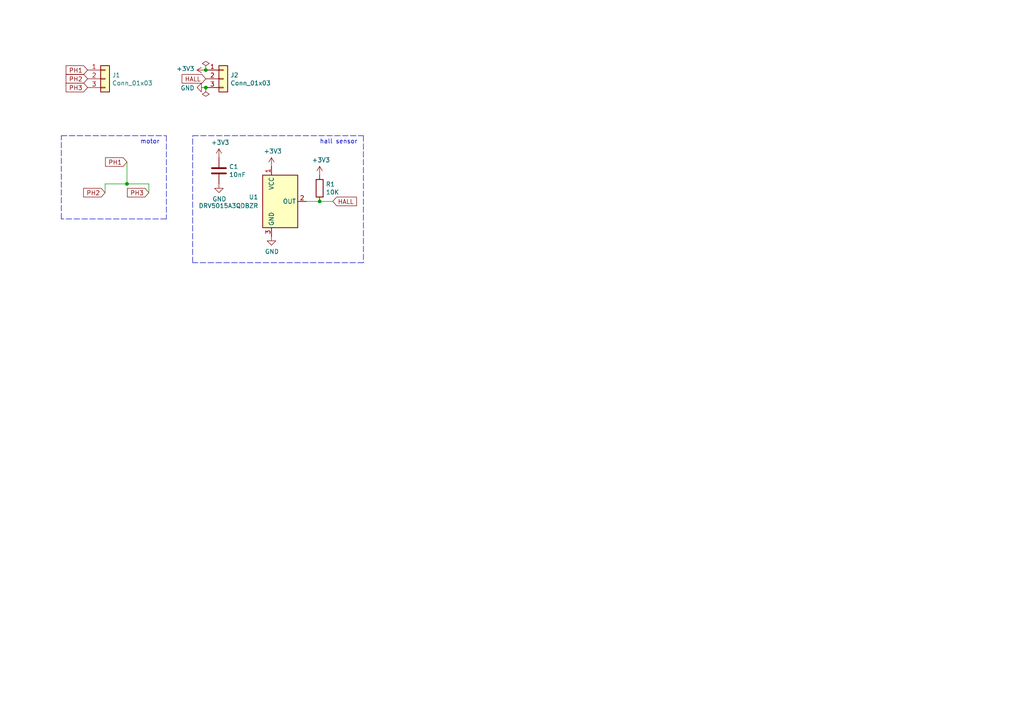
<source format=kicad_sch>
(kicad_sch (version 20211123) (generator eeschema)
  (paper "A4")
  (lib_symbols
    (symbol "Connector_Generic:Conn_01x03" (pin_names (offset 1.016) hide)
      (property "Reference" "J" (at 0 5.08 0))
      (property "Value" "Conn_01x03" (at 0 -5.08 0))
      (symbol "Conn_01x03_1_1"
        (rectangle (start -1.27 -2.413) (end 0 -2.667) (stroke (width 0.1524)))
        (rectangle (start -1.27 0.127) (end 0 -0.127) (stroke (width 0.1524)))
        (rectangle (start -1.27 2.667) (end 0 2.413) (stroke (width 0.1524)))
        (rectangle (start -1.27 3.81) (end 1.27 -3.81) (stroke (width 0.254)) (fill (type background)))
        (pin passive line (at -5.08 2.54 0) (length 3.81) (name "Pin_1") (number "1"))
        (pin passive line (at -5.08 0 0) (length 3.81) (name "Pin_2") (number "2"))
        (pin passive line (at -5.08 -2.54 0) (length 3.81) (name "Pin_3") (number "3"))
      )
    )
    (symbol "Device:C" (pin_numbers hide) (pin_names (offset 0.254))
      (property "Reference" "C" (at 0.635 2.54 0))
      (property "Value" "C" (at 0.635 -2.54 0))
      (symbol "C_0_1"
        (polyline (pts (xy -2.032 -0.762) (xy 2.032 -0.762)) (stroke (width 0.508)))
        (polyline (pts (xy -2.032 0.762) (xy 2.032 0.762)) (stroke (width 0.508)))
      )
      (symbol "C_1_1"
        (pin passive line (at 0 3.81 270) (length 2.794) (name "~") (number "1"))
        (pin passive line (at 0 -3.81 90) (length 2.794) (name "~") (number "2"))
      )
    )
    (symbol "Device:R" (pin_numbers hide) (pin_names (offset 0))
      (property "Reference" "R" (at 2.032 0 90))
      (property "Value" "R" (at 0 0 90))
      (symbol "R_0_1"
        (rectangle (start -1.016 -2.54) (end 1.016 2.54) (stroke (width 0.254)))
      )
      (symbol "R_1_1"
        (pin passive line (at 0 3.81 270) (length 1.27) (name "~") (number "1"))
        (pin passive line (at 0 -3.81 90) (length 1.27) (name "~") (number "2"))
      )
    )
    (symbol "Sensor_Magnetic:DRV5033FAxDBZ"
      (property "Reference" "U" (at 2.54 12.7 0))
      (property "Value" "DRV5033FAxDBZ" (at 2.54 10.16 0))
      (symbol "DRV5033FAxDBZ_1_1"
        (rectangle (start -5.08 7.62) (end 5.08 -7.62) (stroke (width 0.254)) (fill (type background)))
        (pin power_in line (at -2.54 10.16 270) (length 2.54) (name "VCC") (number "1"))
        (pin output line (at 7.62 0 180) (length 2.54) (name "OUT") (number "2"))
        (pin power_in line (at -2.54 -10.16 90) (length 2.54) (name "GND") (number "3"))
      )
    )
    (symbol "power:+3.3V" (power) (pin_names (offset 0))
      (property "Value" "+3.3V" (at 0 3.556 0))
      (symbol "+3.3V_0_1"
        (polyline (pts (xy -0.762 1.27) (xy 0 2.54)))
        (polyline (pts (xy 0 0) (xy 0 2.54)))
        (polyline (pts (xy 0 2.54) (xy 0.762 1.27)))
      )
      (symbol "+3.3V_1_1"
        (pin power_in line (at 0 0 90) (length 0) hide (name "+3V3") (number "1"))
      )
    )
    (symbol "power:GND" (power) (pin_names (offset 0))
      (property "Value" "GND" (at 0 -3.81 0))
      (symbol "GND_0_1"
        (polyline (pts (xy 0 0) (xy 0 -1.27) (xy 1.27 -1.27) (xy 0 -2.54) (xy -1.27 -1.27) (xy 0 -1.27)))
      )
      (symbol "GND_1_1"
        (pin power_in line (at 0 0 270) (length 0) hide (name "GND") (number "1"))
      )
    )
    (symbol "power:PWR_FLAG" (power) (pin_numbers hide) (pin_names (offset 0) hide)
      (property "Value" "PWR_FLAG" (at 0 3.81 0))
      (symbol "PWR_FLAG_0_0"
        (pin power_out line (at 0 0 90) (length 0) (name "pwr") (number "1"))
      )
      (symbol "PWR_FLAG_0_1"
        (polyline (pts (xy 0 0) (xy 0 1.27) (xy -1.016 1.905) (xy 0 2.54) (xy 1.016 1.905) (xy 0 1.27)))
      )
    )
  )
  (junction (at 92.71 58.42))
  (junction (at 59.69 20.32))
  (junction (at 36.83 53.34))
  (junction (at 59.69 25.4))
  (polyline (pts (xy 105.41 39.37) (xy 105.41 76.2)))
  (wire (pts (xy 36.83 53.34) (xy 43.18 53.34)))
  (polyline (pts (xy 55.88 39.37) (xy 105.41 39.37)))
  (polyline (pts (xy 17.78 39.37) (xy 48.26 39.37)))
  (polyline (pts (xy 48.26 39.37) (xy 48.26 63.5)))
  (wire (pts (xy 36.83 53.34) (xy 30.48 53.34)))
  (wire (pts (xy 92.71 58.42) (xy 96.52 58.42)))
  (polyline (pts (xy 48.26 63.5) (xy 17.78 63.5)))
  (wire (pts (xy 88.9 58.42) (xy 92.71 58.42)))
  (polyline (pts (xy 17.78 63.5) (xy 17.78 39.37)))
  (wire (pts (xy 30.48 53.34) (xy 30.48 55.88)))
  (wire (pts (xy 43.18 53.34) (xy 43.18 55.88)))
  (wire (pts (xy 36.83 46.99) (xy 36.83 53.34)))
  (polyline (pts (xy 55.88 76.2) (xy 55.88 39.37)))
  (polyline (pts (xy 105.41 76.2) (xy 55.88 76.2)))
  (text "motor" (at 40.64 41.91 0) (effects (font (size 1.27 1.27)) (justify left bottom)))
  (text "hall sensor" (at 92.71 41.91 0) (effects (font (size 1.27 1.27)) (justify left bottom)))
  (global_label "PH3" (shape input) (at 25.4 25.4 180) (property "Intersheet References" "${INTERSHEET_REFS}" (effects hide)))
  (global_label "HALL" (shape input) (at 59.69 22.86 180) (property "Intersheet References" "${INTERSHEET_REFS}" (effects hide)))
  (global_label "PH3" (shape input) (at 43.18 55.88 180) (property "Intersheet References" "${INTERSHEET_REFS}" (effects hide)))
  (global_label "PH2" (shape input) (at 30.48 55.88 180) (property "Intersheet References" "${INTERSHEET_REFS}" (effects hide)))
  (global_label "PH2" (shape input) (at 25.4 22.86 180) (property "Intersheet References" "${INTERSHEET_REFS}" (effects hide)))
  (global_label "PH1" (shape input) (at 36.83 46.99 180) (property "Intersheet References" "${INTERSHEET_REFS}" (effects hide)))
  (global_label "PH1" (shape input) (at 25.4 20.32 180) (property "Intersheet References" "${INTERSHEET_REFS}" (effects hide)))
  (global_label "HALL" (shape input) (at 96.52 58.42 0) (property "Intersheet References" "${INTERSHEET_REFS}" (effects hide)))
  (symbol (lib_id "power:+3.3V") (at 59.69 20.32 90) (unit 1)
    (property "Reference" "#PWR0101" (effects hide))
    (property "Value" "+3.3V" (at 56.4388 19.939 90) (effects (justify left)))
  )
  (symbol (lib_id "power:GND") (at 59.69 25.4 270) (unit 1)
    (property "Reference" "#PWR0102" (effects hide))
    (property "Value" "GND" (at 56.4388 25.527 90) (effects (justify right)))
  )
  (symbol (lib_id "power:GND") (at 78.74 68.58 0) (unit 1)
    (property "Reference" "#PWR0103" (effects hide))
    (property "Value" "GND" (at 78.867 72.9742 0))
  )
  (symbol (lib_id "Device:R") (at 92.71 54.61 0) (unit 1)
    (property "Reference" "R1" (at 94.488 53.4416 0) (effects (justify left)))
    (property "Value" "10K" (at 94.488 55.753 0) (effects (justify left)))
    (property "Footprint" "Resistor_SMD:R_0805_2012Metric_Pad1.20x1.40mm_HandSolder" (effects hide))
  )
  (symbol (lib_id "power:+3.3V") (at 78.74 48.26 0) (unit 1)
    (property "Reference" "#PWR0104" (effects hide))
    (property "Value" "+3.3V" (at 79.121 43.8658 0))
  )
  (symbol (lib_id "power:+3.3V") (at 92.71 50.8 0) (unit 1)
    (property "Reference" "#PWR0105" (effects hide))
    (property "Value" "+3.3V" (at 93.091 46.4058 0))
  )
  (symbol (lib_id "Connector_Generic:Conn_01x03") (at 30.48 22.86 0) (unit 1)
    (property "Reference" "J1" (at 32.512 21.7932 0) (effects (justify left)))
    (property "Value" "Conn_01x03" (at 32.512 24.1046 0) (effects (justify left)))
    (property "Footprint" "Connector_Molex:Molex_KK-254_AE-6410-03A_1x03_P2.54mm_Vertical" (effects hide))
  )
  (symbol (lib_id "Connector_Generic:Conn_01x03") (at 64.77 22.86 0) (unit 1)
    (property "Reference" "J2" (at 66.802 21.7932 0) (effects (justify left)))
    (property "Value" "Conn_01x03" (at 66.802 24.1046 0) (effects (justify left)))
    (property "Footprint" "Connector_Molex:Molex_KK-254_AE-6410-03A_1x03_P2.54mm_Vertical" (effects hide))
  )
  (symbol (lib_id "power:PWR_FLAG") (at 59.69 20.32 0) (unit 1)
    (property "Reference" "#FLG0101" (effects hide))
    (property "Value" "PWR_FLAG" (effects hide))
  )
  (symbol (lib_id "power:PWR_FLAG") (at 59.69 25.4 180) (unit 1)
    (property "Reference" "#FLG0102" (effects hide))
    (property "Value" "PWR_FLAG" (effects hide))
  )
  (symbol (lib_id "Device:C") (at 63.5 49.53 0) (unit 1)
    (property "Reference" "C1" (at 66.421 48.3616 0) (effects (justify left)))
    (property "Value" "10nF" (at 66.421 50.673 0) (effects (justify left)))
    (property "Footprint" "Capacitor_SMD:C_0805_2012Metric_Pad1.18x1.45mm_HandSolder" (effects hide))
  )
  (symbol (lib_id "power:+3.3V") (at 63.5 45.72 0) (unit 1)
    (property "Reference" "#PWR01" (effects hide))
    (property "Value" "+3.3V" (at 63.881 41.3258 0))
  )
  (symbol (lib_id "power:GND") (at 63.5 53.34 0) (unit 1)
    (property "Reference" "#PWR02" (effects hide))
    (property "Value" "GND" (at 63.627 57.7342 0))
  )
  (symbol (lib_id "Sensor_Magnetic:DRV5033FAxDBZ") (at 81.28 58.42 0) (unit 1)
    (property "Reference" "U1" (at 74.93 57.1499 0) (effects (justify right)))
    (property "Value" "DRV5015A3QDBZR" (at 74.93 59.6899 0) (effects (justify right)))
    (property "Footprint" "Package_TO_SOT_SMD:SOT-23" (effects hide))
    (property "Datasheet" "https://www.ti.com/lit/ds/symlink/drv5033.pdf" (effects hide))
  )
)
</source>
